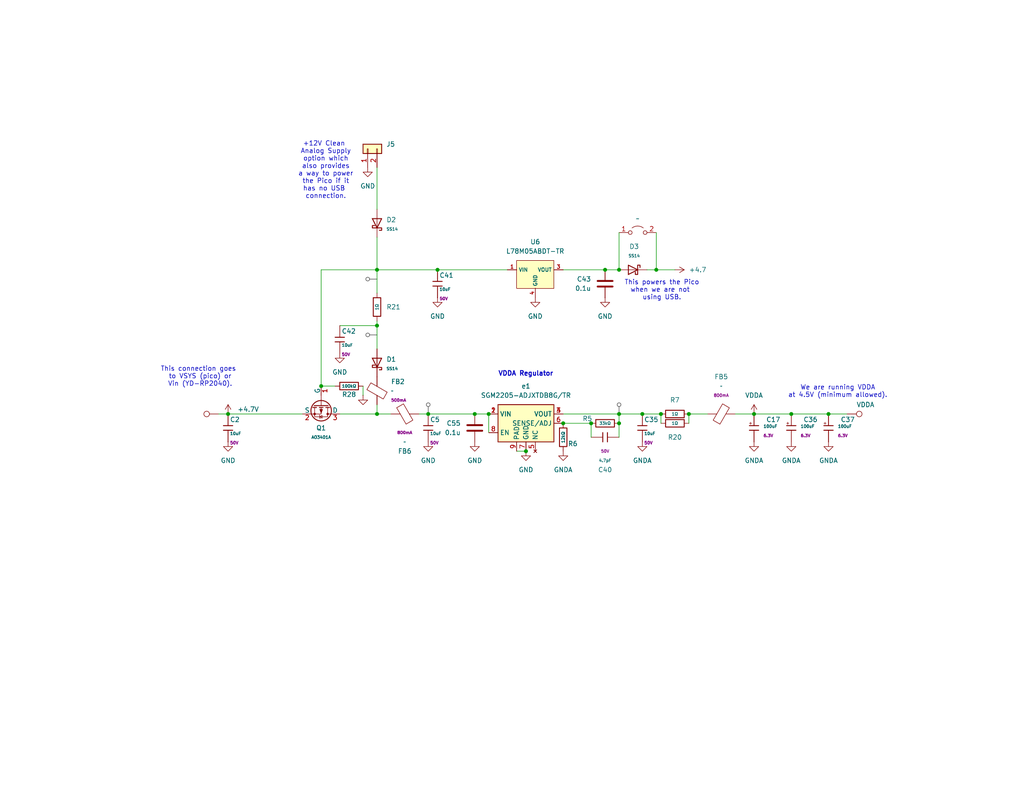
<source format=kicad_sch>
(kicad_sch (version 20250114) (generator "eeschema") (generator_version "9.0")
  (paper "A")
  (lib_symbols
    (symbol "ADP7142AUJZ_1"
      (property "Reference" "e1" (at 0 10.16 0))
      (property "Value" "SGM2205-ADJXTDB8G/TR" (at 0 7.62 0))
      (symbol "ADP7142AUJZ_1_0_1"
        (rectangle (start -7.62 5.08) (end 7.62 -5.08) (stroke (width 0.254)) (fill (type background)))
      )
      (symbol "ADP7142AUJZ_1_1_1"
        (pin power_in line (at -10.16 2.54 0) (length 2.54) (name "VIN") (number "1"))
        (pin power_in line (at -10.16 2.54 0) (length 2.54) (name "VIN") (number "2"))
        (pin input line (at -10.16 -2.54 0) (length 2.54) (name "EN") (number "8"))
        (pin power_in line (at -2.54 -7.62 90) (length 2.54) (name "PAD") (number "9"))
        (pin passive line (at 0 -7.62 90) (length 2.54) (name "GND") (number "7"))
        (pin no_connect line (at 2.54 -7.62 90) (length 2.54) (name "NC") (number "5"))
        (pin power_out line (at 10.16 2.54 180) (length 2.54) (name "VOUT") (number "3"))
        (pin power_out line (at 10.16 2.54 180) (length 2.54) (name "VOUT") (number "4"))
        (pin input line (at 10.16 0 180) (length 2.54) (name "SENSE/ADJ") (number "6"))
      )
    )
    (symbol "Connector:TestPoint" (pin_numbers (hide yes)) (pin_names (offset 0.762) (hide yes))
      (property "Reference" "TP" (at 0 6.858 0))
      (property "Value" "TestPoint" (at 0 5.08 0))
      (symbol "TestPoint_0_1"
        (circle (center 0 3.302) (radius 0.762))
      )
      (symbol "TestPoint_1_1"
        (pin passive line (at 0 0 90) (length 2.54) (name "1") (number "1"))
      )
    )
    (symbol "Connector_Generic:Conn_01x02" (pin_names (offset 1.016) (hide yes))
      (property "Reference" "J" (at 0 2.54 0))
      (property "Value" "Conn_01x02" (at 0 -5.08 0))
      (symbol "Conn_01x02_1_1"
        (rectangle (start -1.27 1.27) (end 1.27 -3.81) (stroke (width 0.254)) (fill (type background)))
        (rectangle (start -1.27 0.127) (end 0 -0.127) (stroke (width 0.1524)))
        (rectangle (start -1.27 -2.413) (end 0 -2.667) (stroke (width 0.1524)))
        (pin passive line (at -5.08 0 0) (length 3.81) (name "Pin_1") (number "1"))
        (pin passive line (at -5.08 -2.54 0) (length 3.81) (name "Pin_2") (number "2"))
      )
    )
    (symbol "Device:C" (pin_numbers (hide yes)) (pin_names (offset 0.254))
      (property "Reference" "C" (at 0.635 2.54 0))
      (property "Value" "C" (at 0.635 -2.54 0))
      (symbol "C_0_1"
        (polyline (pts (xy -2.032 0.762) (xy 2.032 0.762)) (stroke (width 0.508)))
        (polyline (pts (xy -2.032 -0.762) (xy 2.032 -0.762)) (stroke (width 0.508)))
      )
      (symbol "C_1_1"
        (pin passive line (at 0 3.81 270) (length 2.794) (name "~") (number "1"))
        (pin passive line (at 0 -3.81 90) (length 2.794) (name "~") (number "2"))
      )
    )
    (symbol "GND_1" (power) (pin_numbers (hide yes)) (pin_names (offset 0) (hide yes))
      (property "Value" "GND" (at 0 -3.81 0))
      (symbol "GND_1_0_1"
        (polyline (pts (xy 0 0) (xy 0 -1.27) (xy 1.27 -1.27) (xy 0 -2.54) (xy -1.27 -1.27) (xy 0 -1.27)))
      )
      (symbol "GND_1_1_1"
        (pin power_in line (at 0 0 270) (length 0) (name "~") (number "1"))
      )
    )
    (symbol "Jumper:Jumper_2_Open" (pin_names (offset 0) (hide yes))
      (property "Reference" "JP" (at 0 2.794 0))
      (property "Value" "Jumper_2_Open" (at 0 -2.286 0))
      (symbol "Jumper_2_Open_0_0"
        (circle (center -2.032 0) (radius 0.508))
        (circle (center 2.032 0) (radius 0.508))
      )
      (symbol "Jumper_2_Open_0_1"
        (arc (start -1.524 1.27) (mid 0 1.778) (end 1.524 1.27))
      )
      (symbol "Jumper_2_Open_1_1"
        (pin passive line (at -5.08 0 0) (length 2.54) (name "A") (number "1"))
        (pin passive line (at 5.08 0 180) (length 2.54) (name "B") (number "2"))
      )
    )
    (symbol "LDO, 5V, 0.5A_1"
      (property "Reference" "U1" (at 0 10.16 0))
      (property "Value" "L78M05ABDT-TR" (at 0 7.62 0))
      (symbol "LDO, 5V, 0.5A_1_0_1"
        (rectangle (start -5.08 5.08) (end 5.08 -2.54) (fill (type background)))
      )
      (symbol "LDO, 5V, 0.5A_1_1_1"
        (pin power_in line (at -7.62 2.54 0) (length 2.56) (name "VIN") (number "1"))
        (pin power_in line (at 0 -5.08 90) (length 2.56) (name "GND") (number "4"))
        (pin power_out line (at 7.62 2.54 180) (length 2.56) (name "VOUT") (number "3"))
      )
    )
    (symbol "PCM_JLCPCB-Capacitors:0603,4.7pF" (pin_numbers (hide yes)) (pin_names (offset 0))
      (property "Reference" "C" (at 2.032 1.668 0))
      (property "Value" "4.7pF" (at 2.032 -0.3782 0))
      (property "Voltage Rated" "50V" (at 2.032 -2.0462 0))
      (symbol "0603,4.7pF_0_1"
        (polyline (pts (xy -1.27 0.635) (xy 1.27 0.635)) (stroke (width 0.254)))
        (polyline (pts (xy -1.27 -0.635) (xy 1.27 -0.635)) (stroke (width 0.254)))
      )
      (symbol "0603,4.7pF_1_1"
        (pin passive line (at 0 3.81 270) (length 3.175) (name "~") (number "1"))
        (pin passive line (at 0 -3.81 90) (length 3.175) (name "~") (number "2"))
      )
    )
    (symbol "PCM_JLCPCB-Capacitors:1206,10uF" (pin_numbers (hide yes)) (pin_names (offset 0))
      (property "Reference" "C" (at 2.032 1.668 0))
      (property "Value" "10uF" (at 2.032 -0.3782 0))
      (property "Voltage Rated" "50V" (at 2.032 -2.0462 0))
      (symbol "1206,10uF_0_1"
        (polyline (pts (xy -1.27 0.635) (xy 1.27 0.635)) (stroke (width 0.254)))
        (polyline (pts (xy -1.27 -0.635) (xy 1.27 -0.635)) (stroke (width 0.254)))
      )
      (symbol "1206,10uF_1_1"
        (pin passive line (at 0 3.81 270) (length 3.175) (name "~") (number "1"))
        (pin passive line (at 0 -3.81 90) (length 3.175) (name "~") (number "2"))
      )
    )
    (symbol "PCM_JLCPCB-Capacitors:CASE-B-3528-21(mm),100uF" (pin_numbers (hide yes)) (pin_names (offset 0))
      (property "Reference" "C" (at 2.032 1.668 0))
      (property "Value" "100uF" (at 2.032 -0.3782 0))
      (property "Rated Voltage" "6.3V" (at 2.032 -2.0462 0))
      (symbol "CASE-B-3528-21(mm),100uF_0_1"
        (polyline (pts (xy -1.27 1.27) (xy -0.635 1.27)) (stroke (width 0.127)))
        (polyline (pts (xy -1.27 0.635) (xy 1.27 0.635)) (stroke (width 0.254)))
        (polyline (pts (xy -1.27 -0.635) (xy 1.27 -0.635)) (stroke (width 0.254)))
        (polyline (pts (xy -0.9525 1.5875) (xy -0.9525 0.9525)) (stroke (width 0.127)))
      )
      (symbol "CASE-B-3528-21(mm),100uF_1_1"
        (pin passive line (at 0 3.81 270) (length 3.175) (name "~") (number "1"))
        (pin passive line (at 0 -3.81 90) (length 3.175) (name "~") (number "2"))
      )
    )
    (symbol "PCM_JLCPCB-Diodes:Schottky,SS14" (pin_numbers (hide yes)) (pin_names (offset 0))
      (property "Reference" "D" (at 2.032 0.834 0))
      (property "Value" "SS14" (at 2.032 -1.2122 0))
      (symbol "Schottky,SS14_0_1"
        (polyline (pts (xy -1.27 1.27) (xy 0 -1.27) (xy 1.27 1.27) (xy -1.27 1.27)) (stroke (width 0.254)))
        (polyline (pts (xy 0.635 -1.905) (xy 1.27 -1.905) (xy 1.27 -1.27) (xy -1.27 -1.27) (xy -1.27 -0.635) (xy -0.635 -0.635)) (stroke (width 0.254)))
      )
      (symbol "Schottky,SS14_1_1"
        (pin passive line (at 0 3.81 270) (length 3.81) (name "~") (number "2"))
        (pin passive line (at 0 -3.81 90) (length 3.81) (name "~") (number "1"))
      )
    )
    (symbol "PCM_JLCPCB-Inductors:Ferrite,0805" (pin_numbers (hide yes)) (pin_names (offset 0))
      (property "Reference" "FB" (at 3.4036 1.2508 0))
      (property "Current Rating" "800mA" (at 3.4036 -1.5274 0))
      (symbol "Ferrite,0805_0_1"
        (polyline (pts (xy -2.7686 0.4064) (xy -1.7018 2.2606) (xy 2.7686 -0.3048) (xy 1.6764 -2.159) (xy -2.7686 0.4064)))
        (polyline (pts (xy 0 1.27) (xy 0 1.2954)))
        (polyline (pts (xy 0 -1.27) (xy 0 -1.2192)))
      )
      (symbol "Ferrite,0805_1_1"
        (pin passive line (at 0 3.81 270) (length 2.54) (name "~") (number "1"))
        (pin passive line (at 0 -3.81 90) (length 2.54) (name "~") (number "2"))
      )
    )
    (symbol "PCM_JLCPCB-Inductors:Ferrite,0805,(2)" (pin_numbers (hide yes)) (pin_names (offset 0))
      (property "Reference" "FB" (at 3.4036 1.2508 0))
      (property "Current Rating" "500mA" (at 3.4036 -1.5274 0))
      (symbol "Ferrite,0805,(2)_0_1"
        (polyline (pts (xy -2.7686 0.4064) (xy -1.7018 2.2606) (xy 2.7686 -0.3048) (xy 1.6764 -2.159) (xy -2.7686 0.4064)))
        (polyline (pts (xy 0 1.27) (xy 0 1.2954)))
        (polyline (pts (xy 0 -1.27) (xy 0 -1.2192)))
      )
      (symbol "Ferrite,0805,(2)_1_1"
        (pin passive line (at 0 3.81 270) (length 2.54) (name "~") (number "1"))
        (pin passive line (at 0 -3.81 90) (length 2.54) (name "~") (number "2"))
      )
    )
    (symbol "PCM_JLCPCB-Resistors:0805,100kΩ" (pin_numbers (hide yes)) (pin_names (offset 0))
      (property "Reference" "R" (at 1.778 0 0))
      (property "Value" "100kΩ" (at 0 0 90))
      (symbol "0805,100kΩ_0_1"
        (rectangle (start -1.016 2.54) (end 1.016 -2.54) (stroke (width 0.254)))
      )
      (symbol "0805,100kΩ_1_1"
        (pin passive line (at 0 3.81 270) (length 1.27) (name "~") (number "1"))
        (pin passive line (at 0 -3.81 90) (length 1.27) (name "~") (number "2"))
      )
    )
    (symbol "PCM_JLCPCB-Resistors:0805,12kΩ" (pin_numbers (hide yes)) (pin_names (offset 0))
      (property "Reference" "R" (at 1.778 0 0))
      (property "Value" "12kΩ" (at 0 0 90))
      (symbol "0805,12kΩ_0_1"
        (rectangle (start -1.016 2.54) (end 1.016 -2.54) (stroke (width 0.254)))
      )
      (symbol "0805,12kΩ_1_1"
        (pin passive line (at 0 3.81 270) (length 1.27) (name "~") (number "1"))
        (pin passive line (at 0 -3.81 90) (length 1.27) (name "~") (number "2"))
      )
    )
    (symbol "PCM_JLCPCB-Resistors:0805,1Ω" (pin_numbers (hide yes)) (pin_names (offset 0))
      (property "Reference" "R" (at 1.778 0 0))
      (property "Value" "1Ω" (at 0 0 90))
      (symbol "0805,1Ω_0_1"
        (rectangle (start -1.016 2.54) (end 1.016 -2.54) (stroke (width 0.254)))
      )
      (symbol "0805,1Ω_1_1"
        (pin passive line (at 0 3.81 270) (length 1.27) (name "~") (number "1"))
        (pin passive line (at 0 -3.81 90) (length 1.27) (name "~") (number "2"))
      )
    )
    (symbol "PCM_JLCPCB-Resistors:0805,33kΩ" (pin_numbers (hide yes)) (pin_names (offset 0))
      (property "Reference" "R" (at 1.778 0 0))
      (property "Value" "33kΩ" (at 0 0 90))
      (symbol "0805,33kΩ_0_1"
        (rectangle (start -1.016 2.54) (end 1.016 -2.54) (stroke (width 0.254)))
      )
      (symbol "0805,33kΩ_1_1"
        (pin passive line (at 0 3.81 270) (length 1.27) (name "~") (number "1"))
        (pin passive line (at 0 -3.81 90) (length 1.27) (name "~") (number "2"))
      )
    )
    (symbol "PCM_JLCPCB-Transistors:PMOS,AO3401A" (pin_names (offset 0))
      (property "Reference" "Q" (at 4.8514 0.834 0))
      (property "Value" "AO3401A" (at 4.8514 -1.2122 0))
      (symbol "PMOS,AO3401A_0_1"
        (polyline (pts (xy 0.254 1.905) (xy 0.254 -1.905)) (stroke (width 0.254)))
        (polyline (pts (xy 0.254 0) (xy -2.54 0)))
        (polyline (pts (xy 0.762 2.286) (xy 0.762 1.27)) (stroke (width 0.254)))
        (polyline (pts (xy 0.762 1.778) (xy 3.302 1.778) (xy 3.302 -1.778) (xy 0.762 -1.778)))
        (polyline (pts (xy 0.762 0.508) (xy 0.762 -0.508)) (stroke (width 0.254)))
        (polyline (pts (xy 0.762 -1.27) (xy 0.762 -2.286)) (stroke (width 0.254)))
        (circle (center 1.651 0) (radius 2.794) (stroke (width 0.254)))
        (polyline (pts (xy 2.286 0) (xy 1.27 0.381) (xy 1.27 -0.381) (xy 2.286 0)) (fill (type outline)))
        (polyline (pts (xy 2.54 2.54) (xy 2.54 1.778)))
        (circle (center 2.54 1.778) (radius 0.254) (fill (type outline)))
        (circle (center 2.54 -1.778) (radius 0.254) (fill (type outline)))
        (polyline (pts (xy 2.54 -2.54) (xy 2.54 0) (xy 0.762 0)))
        (polyline (pts (xy 2.794 -0.508) (xy 2.921 -0.381) (xy 3.683 -0.381) (xy 3.81 -0.254)))
        (polyline (pts (xy 3.302 -0.381) (xy 2.921 0.254) (xy 3.683 0.254) (xy 3.302 -0.381)))
      )
      (symbol "PMOS,AO3401A_1_1"
        (pin input line (at -5.08 0 0) (length 2.54) (name "G") (number "1"))
        (pin passive line (at 2.54 5.08 270) (length 2.54) (name "D") (number "3"))
        (pin passive line (at 2.54 -5.08 90) (length 2.54) (name "S") (number "2"))
      )
    )
    (symbol "power:+5V" (power) (pin_names (offset 0))
      (property "Value" "+5V" (at 0 3.556 0))
      (symbol "+5V_0_1"
        (polyline (pts (xy -0.762 1.27) (xy 0 2.54)))
        (polyline (pts (xy 0 2.54) (xy 0.762 1.27)))
        (polyline (pts (xy 0 0) (xy 0 2.54)))
      )
      (symbol "+5V_1_1"
        (pin power_in line (at 0 0 90) (length 0) (hide yes) (name "+5V") (number "1"))
      )
    )
    (symbol "power:GNDA" (power) (pin_names (offset 0))
      (property "Value" "GNDA" (at 0 -3.81 0))
      (symbol "GNDA_0_1"
        (polyline (pts (xy 0 0) (xy 0 -1.27) (xy 1.27 -1.27) (xy 0 -2.54) (xy -1.27 -1.27) (xy 0 -1.27)))
      )
      (symbol "GNDA_1_1"
        (pin power_in line (at 0 0 270) (length 0) (hide yes) (name "GNDA") (number "1"))
      )
    )
    (symbol "power:VDDA" (power) (pin_names (offset 0))
      (property "Value" "VDDA" (at 0 3.81 0))
      (symbol "VDDA_0_1"
        (polyline (pts (xy -0.762 1.27) (xy 0 2.54)))
        (polyline (pts (xy 0 2.54) (xy 0.762 1.27)))
        (polyline (pts (xy 0 0) (xy 0 2.54)))
      )
      (symbol "VDDA_1_1"
        (pin power_in line (at 0 0 90) (length 0) (hide yes) (name "VDDA") (number "1"))
      )
    )
  )
  (text "VDDA Regulator" (at 135.89 102.87 0) (effects (font (size 1.27 1.27) (bold yes)) (justify left bottom)))
  (text "We are running VDDA\nat 4.5V (minimum allowed)." (at 228.6 106.934 0) (effects (font (size 1.27 1.27))))
  (text "This powers the Pico\nwhen we are not \nusing USB." (at 180.594 79.248 0) (effects (font (size 1.27 1.27))))
  (text "+12V Clean \nAnalog Supply\noption which\nalso provides\na way to power\nthe Pico if it\nhas no USB \nconnection." (at 88.9 46.482 0) (effects (font (size 1.27 1.27))))
  (text "This connection goes \nto VSYS (pico) or\nVin (YD-RP2040)." (at 54.61 102.87 0) (effects (font (size 1.27 1.27))))
  (junction (at 168.91 73.66))
  (junction (at 116.84 113.03))
  (junction (at 102.87 113.03))
  (junction (at 175.26 113.03))
  (junction (at 119.38 73.66))
  (junction (at 87.63 105.41))
  (junction (at 168.91 113.03))
  (junction (at 180.34 113.03))
  (junction (at 133.35 113.03))
  (junction (at 102.87 88.9))
  (junction (at 165.1 73.66))
  (junction (at 143.51 123.19))
  (junction (at 226.06 113.03))
  (junction (at 62.23 113.03))
  (junction (at 205.74 113.03))
  (junction (at 102.87 73.66))
  (junction (at 187.96 113.03))
  (junction (at 161.29 115.57))
  (junction (at 129.54 113.03))
  (junction (at 179.07 73.66))
  (junction (at 215.9 113.03))
  (junction (at 168.91 115.57))
  (junction (at 153.67 115.57))
  (wire (pts (xy 168.91 115.57) (xy 168.91 119.38)))
  (wire (pts (xy 116.84 113.03) (xy 129.54 113.03)))
  (wire (pts (xy 168.91 113.03) (xy 175.26 113.03)))
  (wire (pts (xy 129.54 113.03) (xy 133.35 113.03)))
  (wire (pts (xy 176.53 73.66) (xy 179.07 73.66)))
  (wire (pts (xy 114.3 113.03) (xy 116.84 113.03)))
  (wire (pts (xy 102.87 113.03) (xy 106.68 113.03)))
  (wire (pts (xy 179.07 73.66) (xy 184.15 73.66)))
  (wire (pts (xy 102.87 64.77) (xy 102.87 73.66)))
  (wire (pts (xy 62.23 113.03) (xy 82.55 113.03)))
  (wire (pts (xy 119.38 73.66) (xy 138.43 73.66)))
  (wire (pts (xy 119.38 73.66) (xy 102.87 73.66)))
  (wire (pts (xy 215.9 113.03) (xy 226.06 113.03)))
  (wire (pts (xy 226.06 113.03) (xy 231.14 113.03)))
  (wire (pts (xy 153.67 113.03) (xy 168.91 113.03)))
  (wire (pts (xy 133.35 113.03) (xy 133.35 118.11)))
  (wire (pts (xy 153.67 73.66) (xy 165.1 73.66)))
  (wire (pts (xy 215.9 113.03) (xy 205.74 113.03)))
  (wire (pts (xy 102.87 73.66) (xy 102.87 80.01)))
  (wire (pts (xy 180.34 113.03) (xy 180.34 115.57)))
  (wire (pts (xy 102.87 87.63) (xy 102.87 88.9)))
  (wire (pts (xy 102.87 45.72) (xy 102.87 57.15)))
  (wire (pts (xy 165.1 73.66) (xy 168.91 73.66)))
  (wire (pts (xy 200.66 113.03) (xy 205.74 113.03)))
  (wire (pts (xy 87.63 73.66) (xy 87.63 105.41)))
  (wire (pts (xy 92.71 88.9) (xy 102.87 88.9)))
  (wire (pts (xy 87.63 73.66) (xy 102.87 73.66)))
  (wire (pts (xy 87.63 105.41) (xy 91.44 105.41)))
  (wire (pts (xy 168.91 113.03) (xy 168.91 115.57)))
  (wire (pts (xy 153.67 115.57) (xy 161.29 115.57)))
  (wire (pts (xy 161.29 115.57) (xy 161.29 119.38)))
  (wire (pts (xy 102.87 88.9) (xy 102.87 95.25)))
  (wire (pts (xy 140.97 123.19) (xy 143.51 123.19)))
  (wire (pts (xy 59.69 113.03) (xy 62.23 113.03)))
  (wire (pts (xy 175.26 113.03) (xy 180.34 113.03)))
  (wire (pts (xy 187.96 113.03) (xy 187.96 115.57)))
  (wire (pts (xy 92.71 113.03) (xy 102.87 113.03)))
  (wire (pts (xy 102.87 110.49) (xy 102.87 113.03)))
  (wire (pts (xy 99.06 105.41) (xy 99.06 107.95)))
  (wire (pts (xy 187.96 113.03) (xy 193.04 113.03)))
  (wire (pts (xy 168.91 63.5) (xy 168.91 73.66)))
  (wire (pts (xy 179.07 63.5) (xy 179.07 73.66)))
  (netclass_flag "" (length 2.54) (shape round) (at 168.91 113.03 0) (property "Netclass" "5V" (effects (hide yes))))
  (netclass_flag "" (length 2.54) (shape round) (at 102.87 76.2 90) (property "Netclass" "5V" (effects (hide yes))))
  (netclass_flag "" (length 2.54) (shape round) (at 102.87 91.44 90) (property "Netclass" "5V" (effects (hide yes))))
  (netclass_flag "" (length 2.54) (shape round) (at 116.84 113.03 0) (property "Netclass" "5V" (effects (hide yes))))
  (symbol (lib_id "Connector:TestPoint") (at 59.69 113.03 90) (unit 1)
    (property "Reference" "TP25" (effects (hide yes)))
    (property "Value" "+5" (effects (hide yes)))
    (property "Footprint" "TestPoint:TestPoint_THTPad_D1.5mm_Drill0.7mm" (effects (hide yes)))
  )
  (symbol (lib_id "PCM_JLCPCB-Resistors:0805,33kΩ") (at 165.1 115.57 90) (unit 1)
    (property "Reference" "R5" (at 160.274 114.3 90))
    (property "Value" "33kΩ" (at 165.1 115.57 90) (effects (font (size 0.8 0.8))))
    (property "Footprint" "PCM_JLCPCB:R_0805" (effects (hide yes)))
    (property "Datasheet" "https://www.lcsc.com/datasheet/lcsc_datasheet_2205311830_UNI-ROYAL-Uniroyal-Elec-0805W8F3302T5E_C17633.pdf" (effects (hide yes)))
    (property "Description" "125mW Thick Film Resistors 150V ±100ppm/°C ±1% 33kΩ 0805 Chip Resistor - Surface Mount ROHS" (effects (hide yes)))
    (property "LCSC" "C17633" (effects (hide yes)))
    (property "Stock" "342884" (effects (hide yes)))
    (property "Price" "0.005USD" (effects (hide yes)))
    (property "Process" "SMT" (effects (hide yes)))
    (property "Minimum Qty" "20" (effects (hide yes)))
    (property "Attrition Qty" "10" (effects (hide yes)))
    (property "Class" "Basic Component" (effects (hide yes)))
    (property "Category" "Resistors,Chip Resistor - Surface Mount" (effects (hide yes)))
    (property "Manufacturer" "UNI-ROYAL(Uniroyal Elec)" (effects (hide yes)))
    (property "Part" "0805W8F3302T5E" (effects (hide yes)))
    (property "Resistance" "33kΩ" (effects (hide yes)))
    (property "Power(Watts)" "125mW" (effects (hide yes)))
    (property "Type" "Thick Film Resistors" (effects (hide yes)))
    (property "Overload Voltage (Max)" "150V" (effects (hide yes)))
    (property "Operating Temperature Range" "-55°C~+155°C" (effects (hide yes)))
    (property "Tolerance" "±1%" (effects (hide yes)))
    (property "Temperature Coefficient" "±100ppm/°C" (effects (hide yes)))
  )
  (symbol (lib_id "PCM_JLCPCB-Resistors:0805,1Ω") (at 184.15 115.57 90) (mirror x) (unit 1)
    (property "Reference" "R20" (at 184.15 119.38 90))
    (property "Value" "1Ω" (at 184.15 115.57 90) (effects (font (size 0.8 0.8))))
    (property "Footprint" "PCM_JLCPCB:R_0805" (effects (hide yes)))
    (property "Datasheet" "https://www.lcsc.com/datasheet/lcsc_datasheet_2205311845_UNI-ROYAL-Uniroyal-Elec-0805W8F100KT5E_C25271.pdf" (effects (hide yes)))
    (property "Description" "125mW Thick Film Resistors 150V ±1% ±400ppm/°C 1Ω 0805 Chip Resistor - Surface Mount ROHS" (effects (hide yes)))
    (property "LCSC" "C25271" (effects (hide yes)))
    (property "Stock" "413540" (effects (hide yes)))
    (property "Price" "0.006USD" (effects (hide yes)))
    (property "Process" "SMT" (effects (hide yes)))
    (property "Minimum Qty" "20" (effects (hide yes)))
    (property "Attrition Qty" "10" (effects (hide yes)))
    (property "Class" "Basic Component" (effects (hide yes)))
    (property "Category" "Resistors,Chip Resistor - Surface Mount" (effects (hide yes)))
    (property "Manufacturer" "UNI-ROYAL(Uniroyal Elec)" (effects (hide yes)))
    (property "Part" "0805W8F100KT5E" (effects (hide yes)))
    (property "Resistance" "1Ω" (effects (hide yes)))
    (property "Power(Watts)" "125mW" (effects (hide yes)))
    (property "Type" "Thick Film Resistors" (effects (hide yes)))
    (property "Overload Voltage (Max)" "150V" (effects (hide yes)))
    (property "Operating Temperature Range" "-55°C~+155°C" (effects (hide yes)))
    (property "Tolerance" "±1%" (effects (hide yes)))
    (property "Temperature Coefficient" "±400ppm/°C" (effects (hide yes)))
  )
  (symbol (lib_id "PCM_JLCPCB-Resistors:0805,100kΩ") (at 95.25 105.41 90) (unit 1)
    (property "Reference" "R28" (at 95.25 107.696 90))
    (property "Value" "100kΩ" (at 95.25 105.41 90) (effects (font (size 0.8 0.8))))
    (property "Footprint" "PCM_JLCPCB:R_0805" (effects (hide yes)))
    (property "Datasheet" "https://www.lcsc.com/datasheet/lcsc_datasheet_2205312316_UNI-ROYAL-Uniroyal-Elec-0805W8F1003T5E_C149504.pdf" (effects (hide yes)))
    (property "Description" "125mW Thick Film Resistors 150V ±100ppm/°C ±1% 100kΩ 0805 Chip Resistor - Surface Mount ROHS" (effects (hide yes)))
    (property "LCSC" "C149504" (effects (hide yes)))
    (property "Stock" "3946237" (effects (hide yes)))
    (property "Price" "0.005USD" (effects (hide yes)))
    (property "Process" "SMT" (effects (hide yes)))
    (property "Minimum Qty" "20" (effects (hide yes)))
    (property "Attrition Qty" "10" (effects (hide yes)))
    (property "Class" "Basic Component" (effects (hide yes)))
    (property "Category" "Resistors,Chip Resistor - Surface Mount" (effects (hide yes)))
    (property "Manufacturer" "UNI-ROYAL(Uniroyal Elec)" (effects (hide yes)))
    (property "Part" "0805W8F1003T5E" (effects (hide yes)))
    (property "Resistance" "100kΩ" (effects (hide yes)))
    (property "Power(Watts)" "125mW" (effects (hide yes)))
    (property "Type" "Thick Film Resistors" (effects (hide yes)))
    (property "Overload Voltage (Max)" "150V" (effects (hide yes)))
    (property "Operating Temperature Range" "-55°C~+155°C" (effects (hide yes)))
    (property "Tolerance" "±1%" (effects (hide yes)))
    (property "Temperature Coefficient" "±100ppm/°C" (effects (hide yes)))
  )
  (symbol (lib_id "PCM_JLCPCB-Resistors:0805,1Ω") (at 102.87 83.82 180) (unit 1)
    (property "Reference" "R21" (at 105.41 83.8199 0) (effects (justify right)))
    (property "Value" "1Ω" (at 102.87 83.82 90) (effects (font (size 0.8 0.8))))
    (property "Footprint" "PCM_JLCPCB:R_0805" (effects (hide yes)))
    (property "Datasheet" "https://www.lcsc.com/datasheet/lcsc_datasheet_2205311845_UNI-ROYAL-Uniroyal-Elec-0805W8F100KT5E_C25271.pdf" (effects (hide yes)))
    (property "Description" "125mW Thick Film Resistors 150V ±1% ±400ppm/°C 1Ω 0805 Chip Resistor - Surface Mount ROHS" (effects (hide yes)))
    (property "LCSC" "C25271" (effects (hide yes)))
    (property "Stock" "413540" (effects (hide yes)))
    (property "Price" "0.006USD" (effects (hide yes)))
    (property "Process" "SMT" (effects (hide yes)))
    (property "Minimum Qty" "20" (effects (hide yes)))
    (property "Attrition Qty" "10" (effects (hide yes)))
    (property "Class" "Basic Component" (effects (hide yes)))
    (property "Category" "Resistors,Chip Resistor - Surface Mount" (effects (hide yes)))
    (property "Manufacturer" "UNI-ROYAL(Uniroyal Elec)" (effects (hide yes)))
    (property "Part" "0805W8F100KT5E" (effects (hide yes)))
    (property "Resistance" "1Ω" (effects (hide yes)))
    (property "Power(Watts)" "125mW" (effects (hide yes)))
    (property "Type" "Thick Film Resistors" (effects (hide yes)))
    (property "Overload Voltage (Max)" "150V" (effects (hide yes)))
    (property "Operating Temperature Range" "-55°C~+155°C" (effects (hide yes)))
    (property "Tolerance" "±1%" (effects (hide yes)))
    (property "Temperature Coefficient" "±400ppm/°C" (effects (hide yes)))
  )
  (symbol (lib_id "Jumper:Jumper_2_Open") (at 173.99 63.5 0) (unit 1)
    (property "Reference" "JP2" (effects (hide yes)))
    (property "Value" "~" (at 173.99 59.69 0))
    (property "Footprint" "Jumper:SolderJumper-2_P1.3mm_Open_RoundedPad1.0x1.5mm" (effects (hide yes)))
  )
  (symbol (lib_name "GND_1") (lib_id "power:GND") (at 116.84 120.65 0) (unit 1)
    (property "Reference" "#PWR056" (effects (hide yes)))
    (property "Value" "GND" (at 116.84 125.73 0))
  )
  (symbol (lib_name "GND_1") (lib_id "power:GND") (at 119.38 81.28 0) (unit 1)
    (property "Reference" "#PWR057" (effects (hide yes)))
    (property "Value" "GND" (at 119.38 86.36 0))
  )
  (symbol (lib_id "PCM_JLCPCB-Resistors:0805,12kΩ") (at 153.67 119.38 0) (unit 1)
    (property "Reference" "R6" (at 154.94 121.158 0) (effects (justify left)))
    (property "Value" "12kΩ" (at 153.67 119.38 90) (effects (font (size 0.8 0.8))))
    (property "Footprint" "PCM_JLCPCB:R_0805" (effects (hide yes)))
    (property "Datasheet" "https://www.lcsc.com/datasheet/lcsc_datasheet_2206010216_UNI-ROYAL-Uniroyal-Elec-0805W8F1202T5E_C17444.pdf" (effects (hide yes)))
    (property "Description" "125mW Thick Film Resistors 150V ±100ppm/°C ±1% 12kΩ 0805 Chip Resistor - Surface Mount ROHS" (effects (hide yes)))
    (property "LCSC" "C17444" (effects (hide yes)))
    (property "Stock" "204708" (effects (hide yes)))
    (property "Price" "0.005USD" (effects (hide yes)))
    (property "Process" "SMT" (effects (hide yes)))
    (property "Minimum Qty" "20" (effects (hide yes)))
    (property "Attrition Qty" "10" (effects (hide yes)))
    (property "Class" "Basic Component" (effects (hide yes)))
    (property "Category" "Resistors,Chip Resistor - Surface Mount" (effects (hide yes)))
    (property "Manufacturer" "UNI-ROYAL(Uniroyal Elec)" (effects (hide yes)))
    (property "Part" "0805W8F1202T5E" (effects (hide yes)))
    (property "Resistance" "12kΩ" (effects (hide yes)))
    (property "Power(Watts)" "125mW" (effects (hide yes)))
    (property "Type" "Thick Film Resistors" (effects (hide yes)))
    (property "Overload Voltage (Max)" "150V" (effects (hide yes)))
    (property "Operating Temperature Range" "-55°C~+155°C" (effects (hide yes)))
    (property "Tolerance" "±1%" (effects (hide yes)))
    (property "Temperature Coefficient" "±100ppm/°C" (effects (hide yes)))
  )
  (symbol (lib_id "Device:C") (at 165.1 77.47 0) (mirror y) (unit 1)
    (property "Reference" "C43" (at 161.29 76.2 0) (effects (justify left)))
    (property "Value" "0.1u" (at 161.29 78.74 0) (effects (justify left)))
    (property "Footprint" "Capacitor_SMD:C_0805_2012Metric" (effects (hide yes)))
    (property "Datasheet" "https://datasheet.lcsc.com/lcsc/2304140030_YAGEO-CC0805KRX7R9BB104_C49678.pdf" (effects (hide yes)))
    (property "LCSC" "C49678" (effects (hide yes)))
  )
  (symbol (lib_id "PCM_JLCPCB-Capacitors:1206,10uF") (at 62.23 116.84 0) (unit 1)
    (property "Reference" "C2" (at 62.738 114.554 0) (effects (justify left)))
    (property "Value" "10uF" (at 62.738 118.364 0) (effects (font (size 0.8 0.8)) (justify left)))
    (property "Footprint" "PCM_JLCPCB:C_1206" (effects (hide yes)))
    (property "Datasheet" "https://www.lcsc.com/datasheet/lcsc_datasheet_2304140030_Samsung-Electro-Mechanics-CL31A106KBHNNNE_C13585.pdf" (effects (hide yes)))
    (property "Description" "50V 10uF X5R ±10% 1206 Multilayer Ceramic Capacitors MLCC - SMD/SMT ROHS" (effects (hide yes)))
    (property "LCSC" "C13585" (effects (hide yes)))
    (property "Stock" "3698334" (effects (hide yes)))
    (property "Price" "0.035USD" (effects (hide yes)))
    (property "Process" "SMT" (effects (hide yes)))
    (property "Minimum Qty" "5" (effects (hide yes)))
    (property "Attrition Qty" "4" (effects (hide yes)))
    (property "Class" "Basic Component" (effects (hide yes)))
    (property "Category" "Capacitors,Multilayer Ceramic Capacitors MLCC - SMD/SMT" (effects (hide yes)))
    (property "Manufacturer" "Samsung Electro-Mechanics" (effects (hide yes)))
    (property "Part" "CL31A106KBHNNNE" (effects (hide yes)))
    (property "Voltage Rated" "50V" (at 62.738 120.904 0) (effects (font (size 0.8 0.8)) (justify left)))
    (property "Tolerance" "±10%" (effects (hide yes)))
    (property "Capacitance" "10uF" (effects (hide yes)))
    (property "Temperature Coefficient" "X5R" (effects (hide yes)))
  )
  (symbol (lib_id "PCM_JLCPCB-Capacitors:1206,10uF") (at 175.26 116.84 0) (unit 1)
    (property "Reference" "C35" (at 175.768 114.554 0) (effects (justify left)))
    (property "Value" "10uF" (at 175.768 118.364 0) (effects (font (size 0.8 0.8)) (justify left)))
    (property "Footprint" "PCM_JLCPCB:C_1206" (effects (hide yes)))
    (property "Datasheet" "https://www.lcsc.com/datasheet/lcsc_datasheet_2304140030_Samsung-Electro-Mechanics-CL31A106KBHNNNE_C13585.pdf" (effects (hide yes)))
    (property "Description" "50V 10uF X5R ±10% 1206 Multilayer Ceramic Capacitors MLCC - SMD/SMT ROHS" (effects (hide yes)))
    (property "LCSC" "C13585" (effects (hide yes)))
    (property "Stock" "3698334" (effects (hide yes)))
    (property "Price" "0.035USD" (effects (hide yes)))
    (property "Process" "SMT" (effects (hide yes)))
    (property "Minimum Qty" "5" (effects (hide yes)))
    (property "Attrition Qty" "4" (effects (hide yes)))
    (property "Class" "Basic Component" (effects (hide yes)))
    (property "Category" "Capacitors,Multilayer Ceramic Capacitors MLCC - SMD/SMT" (effects (hide yes)))
    (property "Manufacturer" "Samsung Electro-Mechanics" (effects (hide yes)))
    (property "Part" "CL31A106KBHNNNE" (effects (hide yes)))
    (property "Voltage Rated" "50V" (at 175.768 120.904 0) (effects (font (size 0.8 0.8)) (justify left)))
    (property "Tolerance" "±10%" (effects (hide yes)))
    (property "Capacitance" "10uF" (effects (hide yes)))
    (property "Temperature Coefficient" "X5R" (effects (hide yes)))
  )
  (symbol (lib_id "power:GNDA") (at 226.06 120.65 0) (unit 1)
    (property "Reference" "#PWR068" (effects (hide yes)))
    (property "Value" "GNDA" (at 226.06 125.73 0))
  )
  (symbol (lib_id "PCM_JLCPCB-Inductors:Ferrite,0805") (at 110.49 113.03 90) (mirror x) (unit 1)
    (property "Reference" "FB6" (at 110.4392 123.19 90))
    (property "Value" "~" (at 110.4392 120.65 90) (effects (font (size 0.8 0.8))))
    (property "Footprint" "PCM_JLCPCB:FB_0805" (effects (hide yes)))
    (property "Datasheet" "https://www.lcsc.com/datasheet/lcsc_datasheet_2310301640_Sunlord-GZ2012D101TF_C1015.pdf" (effects (hide yes)))
    (property "Description" "±25% 100Ω@100MHz 0805 Ferrite Beads ROHS" (effects (hide yes)))
    (property "LCSC" "C1015" (effects (hide yes)))
    (property "Stock" "196104" (effects (hide yes)))
    (property "Price" "0.017USD" (effects (hide yes)))
    (property "Process" "SMT" (effects (hide yes)))
    (property "Minimum Qty" "20" (effects (hide yes)))
    (property "Attrition Qty" "10" (effects (hide yes)))
    (property "Class" "Basic Component" (effects (hide yes)))
    (property "Category" "Filters/EMI Optimization,Ferrite Beads" (effects (hide yes)))
    (property "Manufacturer" "Sunlord" (effects (hide yes)))
    (property "Part" "GZ2012D101TF" (effects (hide yes)))
    (property "Impedance @ Frequency" "100Ω@100MHz" (effects (hide yes)))
    (property "Circuits" "1" (effects (hide yes)))
    (property "Current Rating" "800mA" (at 110.4392 118.11 90) (effects (font (size 0.8 0.8))))
    (property "Tolerance" "±25%" (effects (hide yes)))
  )
  (symbol (lib_name "GND_1") (lib_id "power:GND") (at 100.33 45.72 0) (unit 1)
    (property "Reference" "#PWR055" (effects (hide yes)))
    (property "Value" "GND" (at 100.33 50.8 0))
  )
  (symbol (lib_name "LDO, 5V, 0.5A_1") (lib_id "PCM_JLCPCB-Power:LDO, 5V, 0.5A") (at 146.05 76.2 0) (unit 1)
    (property "Reference" "U6" (at 146.05 66.04 0))
    (property "Value" "L78M05ABDT-TR" (at 146.05 68.58 0))
    (property "Footprint" "PCM_JLCPCB:TO-252-2_L6.5-W6.1-P4.58-LS10.0-TL" (effects (hide yes)))
    (property "Datasheet" "https://www.lcsc.com/datasheet/lcsc_datasheet_2307281528_STMicroelectronics-L78M05ABDT-TR_C58069.pdf" (effects (hide yes)))
    (property "Description" "62dB@(120Hz) 500mA Fixed 5V Positive electrode 35V TO-252-2(DPAK) Voltage Regulators - Linear, Low Drop Out (LDO) Regulators ROHS" (effects (hide yes)))
    (property "LCSC" "C58069" (effects (hide yes)))
    (property "Stock" "162133" (effects (hide yes)))
    (property "Price" "0.127USD" (effects (hide yes)))
    (property "Process" "SMT" (effects (hide yes)))
    (property "Minimum Qty" "2" (effects (hide yes)))
    (property "Attrition Qty" "0" (effects (hide yes)))
    (property "Class" "Basic Component" (effects (hide yes)))
    (property "Category" "Power Management ICs,Linear Voltage Regulators (LDO)" (effects (hide yes)))
    (property "Manufacturer" "STMicroelectronics" (effects (hide yes)))
    (property "Part" "L78M05ABDT-TR" (effects (hide yes)))
    (property "Number Of Outputs" "1" (effects (hide yes)))
    (property "Output Voltage" "5V" (effects (hide yes)))
    (property "Quiescent Current (Ground Current)" "6mA" (effects (hide yes)))
    (property "Output Current" "500mA" (effects (hide yes)))
    (property "Output Type" "Fixed" (effects (hide yes)))
    (property "Maximum Input Voltage" "35V" (effects (hide yes)))
    (property "Output Polarity" "Positive electrode" (effects (hide yes)))
    (property "Operating Temperature" "-40°C~+125°C" (effects (hide yes)))
    (property "Power Supply Rejection Ratio (Psrr)" "62dB@(120Hz)" (effects (hide yes)))
    (property "Feature" "Overcurrent Protection(OCP);Thermal Protection(TSD);Short-Circuit  Protection" (effects (hide yes)))
    (property "Standby Current" "6mA" (effects (hide yes)))
  )
  (symbol (lib_id "power:GNDA") (at 175.26 120.65 0) (unit 1)
    (property "Reference" "#PWR063" (effects (hide yes)))
    (property "Value" "GNDA" (at 175.26 125.73 0))
  )
  (symbol (lib_id "PCM_JLCPCB-Resistors:0805,1Ω") (at 184.15 113.03 90) (unit 1)
    (property "Reference" "R7" (at 184.15 109.22 90))
    (property "Value" "1Ω" (at 184.15 113.03 90) (effects (font (size 0.8 0.8))))
    (property "Footprint" "PCM_JLCPCB:R_0805" (effects (hide yes)))
    (property "Datasheet" "https://www.lcsc.com/datasheet/lcsc_datasheet_2205311845_UNI-ROYAL-Uniroyal-Elec-0805W8F100KT5E_C25271.pdf" (effects (hide yes)))
    (property "Description" "125mW Thick Film Resistors 150V ±1% ±400ppm/°C 1Ω 0805 Chip Resistor - Surface Mount ROHS" (effects (hide yes)))
    (property "LCSC" "C25271" (effects (hide yes)))
    (property "Stock" "413540" (effects (hide yes)))
    (property "Price" "0.006USD" (effects (hide yes)))
    (property "Process" "SMT" (effects (hide yes)))
    (property "Minimum Qty" "20" (effects (hide yes)))
    (property "Attrition Qty" "10" (effects (hide yes)))
    (property "Class" "Basic Component" (effects (hide yes)))
    (property "Category" "Resistors,Chip Resistor - Surface Mount" (effects (hide yes)))
    (property "Manufacturer" "UNI-ROYAL(Uniroyal Elec)" (effects (hide yes)))
    (property "Part" "0805W8F100KT5E" (effects (hide yes)))
    (property "Resistance" "1Ω" (effects (hide yes)))
    (property "Power(Watts)" "125mW" (effects (hide yes)))
    (property "Type" "Thick Film Resistors" (effects (hide yes)))
    (property "Overload Voltage (Max)" "150V" (effects (hide yes)))
    (property "Operating Temperature Range" "-55°C~+155°C" (effects (hide yes)))
    (property "Tolerance" "±1%" (effects (hide yes)))
    (property "Temperature Coefficient" "±400ppm/°C" (effects (hide yes)))
  )
  (symbol (lib_id "Connector:TestPoint") (at 231.14 113.03 270) (unit 1)
    (property "Reference" "TP26" (effects (hide yes)))
    (property "Value" "VDDA" (at 233.68 110.49 90) (effects (justify left)))
    (property "Footprint" "TestPoint:TestPoint_THTPad_D1.5mm_Drill0.7mm" (effects (hide yes)))
  )
  (symbol (lib_name "GND_1") (lib_id "power:GND") (at 129.54 120.65 0) (unit 1)
    (property "Reference" "#PWR058" (effects (hide yes)))
    (property "Value" "GND" (at 129.54 125.73 0))
  )
  (symbol (lib_name "ADP7142AUJZ_1") (lib_id "Regulator_Linear:ADP7142AUJZ") (at 143.51 115.57 0) (unit 1)
    (property "Reference" "e1" (at 143.51 105.41 0))
    (property "Value" "SGM2205-ADJXTDB8G/TR" (at 143.51 107.95 0))
    (property "Footprint" "Package_DFN_QFN:DFN-8-1EP_3x3mm_P0.65mm_EP1.55x2.4mm" (effects (hide yes)))
    (property "Datasheet" "https://jlcpcb.com/api/file/downloadByFileSystemAccessId/8590903048351141888" (effects (hide yes)))
    (property "Description" "300mA, Low Noise,  Low Dropout Regulator, Positive, Adjustable, TSOT-23-5" (effects (hide yes)))
    (property "LCSC" "C5152847" (effects (hide yes)))
  )
  (symbol (lib_id "PCM_JLCPCB-Transistors:PMOS,AO3401A") (at 87.63 110.49 270) (unit 1)
    (property "Reference" "Q1" (at 87.63 116.84 90))
    (property "Value" "AO3401A" (at 87.63 119.38 90) (effects (font (size 0.8 0.8))))
    (property "Footprint" "PCM_JLCPCB:Q_SOT-23" (effects (hide yes)))
    (property "Datasheet" "https://www.lcsc.com/datasheet/lcsc_datasheet_2412061733_Alpha---Omega-Semicon-AO3401A_C15127.pdf" (effects (hide yes)))
    (property "Description" "30V 4A 44mΩ@10V,4.3A 1.4W 1.3V@250uA 1 Piece P-Channel SOT-23 MOSFETs ROHS" (effects (hide yes)))
    (property "LCSC" "C15127" (effects (hide yes)))
    (property "Stock" "443240" (effects (hide yes)))
    (property "Price" "0.061USD" (effects (hide yes)))
    (property "Process" "SMT" (effects (hide yes)))
    (property "Minimum Qty" "5" (effects (hide yes)))
    (property "Attrition Qty" "4" (effects (hide yes)))
    (property "Class" "Basic Component" (effects (hide yes)))
    (property "Category" "Transistors,MOSFETs" (effects (hide yes)))
    (property "Manufacturer" "Alpha & Omega Semicon" (effects (hide yes)))
    (property "Part" "AO3401A" (effects (hide yes)))
    (property "Continuous Drain Current (Id)" "4A" (effects (hide yes)))
    (property "Input Capacitance (Ciss@Vds)" "1.2nF@15V" (effects (hide yes)))
    (property "Operating Temperature" "-55°C~+150°C@(Tj)" (effects (hide yes)))
    (property "Type" "1 Piece P-Channel" (effects (hide yes)))
    (property "Drain Source Voltage (Vdss)" "30V" (effects (hide yes)))
    (property "Power Dissipation (Pd)" "1.4W" (effects (hide yes)))
    (property "Gate Threshold Voltage (Vgs(th)@Id)" "1.3V@250uA" (effects (hide yes)))
    (property "Drain Source On Resistance (RDS(on)@Vgs,Id)" "44mΩ@10V,4.3A" (effects (hide yes)))
    (property "Total Gate Charge (Qg@Vgs)" "12.2nC@4.5V" (effects (hide yes)))
  )
  (symbol (lib_id "Device:C") (at 129.54 116.84 0) (mirror y) (unit 1)
    (property "Reference" "C55" (at 125.73 115.57 0) (effects (justify left)))
    (property "Value" "0.1u" (at 125.73 118.11 0) (effects (justify left)))
    (property "Footprint" "Capacitor_SMD:C_0805_2012Metric" (effects (hide yes)))
    (property "Datasheet" "https://datasheet.lcsc.com/lcsc/2304140030_YAGEO-CC0805KRX7R9BB104_C49678.pdf" (effects (hide yes)))
    (property "LCSC" "C49678" (effects (hide yes)))
  )
  (symbol (lib_id "PCM_JLCPCB-Diodes:Schottky,SS14") (at 102.87 60.96 0) (unit 1)
    (property "Reference" "D2" (at 105.41 60.0074 0) (effects (justify left)))
    (property "Value" "SS14" (at 105.41 62.5475 0) (effects (font (size 0.8 0.8)) (justify left)))
    (property "Footprint" "PCM_JLCPCB:D_SMA" (effects (hide yes)))
    (property "Datasheet" "https://www.lcsc.com/datasheet/lcsc_datasheet_2407101109_MDD-Microdiode-Semiconductor-SS14_C2480.pdf" (effects (hide yes)))
    (property "Description" "40V Independent Type 1A 550mV@1A SMA(DO-214AC) Schottky Diodes ROHS" (effects (hide yes)))
    (property "LCSC" "C2480" (effects (hide yes)))
    (property "Stock" "1115112" (effects (hide yes)))
    (property "Price" "0.018USD" (effects (hide yes)))
    (property "Process" "SMT" (effects (hide yes)))
    (property "Minimum Qty" "5" (effects (hide yes)))
    (property "Attrition Qty" "10" (effects (hide yes)))
    (property "Class" "Basic Component" (effects (hide yes)))
    (property "Category" "Diodes,Schottky Barrier Diodes (SBD)" (effects (hide yes)))
    (property "Manufacturer" "MDD（Microdiode Electronics）" (effects (hide yes)))
    (property "Part" "SS14" (effects (hide yes)))
    (property "Rectified Current" "1A" (effects (hide yes)))
    (property "Forward Voltage (Vf@If)" "550mV@1A" (effects (hide yes)))
    (property "Reverse Voltage (Vr)" "40V" (effects (hide yes)))
    (property "Diode Configuration" "Independent Type" (effects (hide yes)))
    (property "Reverse Leakage Current (Ir)" "300uA@40V" (effects (hide yes)))
  )
  (symbol (lib_id "power:GNDA") (at 205.74 120.65 0) (unit 1)
    (property "Reference" "#PWR066" (effects (hide yes)))
    (property "Value" "GNDA" (at 205.74 125.73 0))
  )
  (symbol (lib_id "PCM_JLCPCB-Capacitors:0603,4.7pF") (at 165.1 119.38 270) (mirror x) (unit 1)
    (property "Reference" "C40" (at 165.1 128.27 90))
    (property "Value" "4.7pF" (at 165.1 125.73 90) (effects (font (size 0.8 0.8))))
    (property "Footprint" "PCM_JLCPCB:C_0603" (effects (hide yes)))
    (property "Datasheet" "https://www.lcsc.com/datasheet/lcsc_datasheet_2304140030_FH--Guangdong-Fenghua-Advanced-Tech-0603CG4R7C500NT_C1669.pdf" (effects (hide yes)))
    (property "Description" "50V 4.7pF C0G 0603 Multilayer Ceramic Capacitors MLCC - SMD/SMT ROHS" (effects (hide yes)))
    (property "LCSC" "C1669" (effects (hide yes)))
    (property "Stock" "204968" (effects (hide yes)))
    (property "Price" "0.006USD" (effects (hide yes)))
    (property "Process" "SMT" (effects (hide yes)))
    (property "Minimum Qty" "20" (effects (hide yes)))
    (property "Attrition Qty" "10" (effects (hide yes)))
    (property "Class" "Preferred Component" (effects (hide yes)))
    (property "Category" "Capacitors,Multilayer Ceramic Capacitors MLCC - SMD/SMT" (effects (hide yes)))
    (property "Manufacturer" "FH(Guangdong Fenghua Advanced Tech)" (effects (hide yes)))
    (property "Part" "0603CG4R7C500NT" (effects (hide yes)))
    (property "Voltage Rated" "50V" (at 165.1 123.19 90) (effects (font (size 0.8 0.8))))
    (property "Capacitance" "4.7pF" (effects (hide yes)))
    (property "Temperature Coefficient" "C0G" (effects (hide yes)))
  )
  (symbol (lib_id "PCM_JLCPCB-Capacitors:CASE-B-3528-21(mm),100uF") (at 205.74 116.84 0) (unit 1)
    (property "Reference" "C17" (at 209.042 114.554 0) (effects (justify left)))
    (property "Value" "100uF" (at 208.28 116.3955 0) (effects (font (size 0.8 0.8)) (justify left)))
    (property "Footprint" "PCM_JLCPCB:C_CASE-B-3528-21(mm)" (effects (hide yes)))
    (property "Datasheet" "https://www.lcsc.com/datasheet/lcsc_datasheet_2111161030_Kyocera-AVX-TAJB107K006RNJ_C16133.pdf" (effects (hide yes)))
    (property "Description" "100uF 6.3V 1.7Ω@100kHz ±10% CASE-B-3528-21(mm) Tantalum Capacitors ROHS" (effects (hide yes)))
    (property "LCSC" "C16133" (effects (hide yes)))
    (property "Stock" "294947" (effects (hide yes)))
    (property "Price" "0.161USD" (effects (hide yes)))
    (property "Process" "SMT" (effects (hide yes)))
    (property "Minimum Qty" "5" (effects (hide yes)))
    (property "Attrition Qty" "2" (effects (hide yes)))
    (property "Class" "Basic Component" (effects (hide yes)))
    (property "Category" "Capacitors,Tantalum Capacitors" (effects (hide yes)))
    (property "Manufacturer" "AVX" (effects (hide yes)))
    (property "Part" "TAJB107K006RNJ" (effects (hide yes)))
    (property "Operating Temperature" "-55°C~+125°C" (effects (hide yes)))
    (property "Equivalent Series Resistance(ESR)" "1.7Ω@100kHz" (effects (hide yes)))
    (property "Tolerance" "±10%" (effects (hide yes)))
    (property "Capacitance" "100uF" (effects (hide yes)))
    (property "Rated Voltage" "6.3V" (at 208.28 118.9355 0) (effects (font (size 0.8 0.8)) (justify left)))
  )
  (symbol (lib_id "power:GNDA") (at 215.9 120.65 0) (unit 1)
    (property "Reference" "#PWR067" (effects (hide yes)))
    (property "Value" "GNDA" (at 215.9 125.73 0))
  )
  (symbol (lib_name "GND_1") (lib_id "power:GND") (at 143.51 123.19 0) (unit 1)
    (property "Reference" "#PWR059" (effects (hide yes)))
    (property "Value" "GND" (at 143.51 128.27 0))
  )
  (symbol (lib_name "GND_1") (lib_id "power:GND") (at 146.05 81.28 0) (unit 1)
    (property "Reference" "#PWR060" (effects (hide yes)))
    (property "Value" "GND" (at 146.05 86.36 0))
  )
  (symbol (lib_id "power:GNDA") (at 153.67 123.19 0) (unit 1)
    (property "Reference" "#PWR061" (effects (hide yes)))
    (property "Value" "GNDA" (at 153.67 128.27 0))
  )
  (symbol (lib_id "power:+5V") (at 62.23 113.03 0) (unit 1)
    (property "Reference" "#PWR051" (effects (hide yes)))
    (property "Value" "+4.7V" (at 64.77 111.7599 0) (effects (justify left)))
  )
  (symbol (lib_id "PCM_JLCPCB-Capacitors:CASE-B-3528-21(mm),100uF") (at 226.06 116.84 0) (unit 1)
    (property "Reference" "C37" (at 229.362 114.554 0) (effects (justify left)))
    (property "Value" "100uF" (at 228.6 116.3955 0) (effects (font (size 0.8 0.8)) (justify left)))
    (property "Footprint" "PCM_JLCPCB:C_CASE-B-3528-21(mm)" (effects (hide yes)))
    (property "Datasheet" "https://www.lcsc.com/datasheet/lcsc_datasheet_2111161030_Kyocera-AVX-TAJB107K006RNJ_C16133.pdf" (effects (hide yes)))
    (property "Description" "100uF 6.3V 1.7Ω@100kHz ±10% CASE-B-3528-21(mm) Tantalum Capacitors ROHS" (effects (hide yes)))
    (property "LCSC" "C16133" (effects (hide yes)))
    (property "Stock" "294947" (effects (hide yes)))
    (property "Price" "0.161USD" (effects (hide yes)))
    (property "Process" "SMT" (effects (hide yes)))
    (property "Minimum Qty" "5" (effects (hide yes)))
    (property "Attrition Qty" "2" (effects (hide yes)))
    (property "Class" "Basic Component" (effects (hide yes)))
    (property "Category" "Capacitors,Tantalum Capacitors" (effects (hide yes)))
    (property "Manufacturer" "AVX" (effects (hide yes)))
    (property "Part" "TAJB107K006RNJ" (effects (hide yes)))
    (property "Operating Temperature" "-55°C~+125°C" (effects (hide yes)))
    (property "Equivalent Series Resistance(ESR)" "1.7Ω@100kHz" (effects (hide yes)))
    (property "Tolerance" "±10%" (effects (hide yes)))
    (property "Capacitance" "100uF" (effects (hide yes)))
    (property "Rated Voltage" "6.3V" (at 228.6 118.9355 0) (effects (font (size 0.8 0.8)) (justify left)))
  )
  (symbol (lib_id "PCM_JLCPCB-Capacitors:1206,10uF") (at 119.38 77.47 0) (unit 1)
    (property "Reference" "C41" (at 119.888 75.184 0) (effects (justify left)))
    (property "Value" "10uF" (at 119.888 78.994 0) (effects (font (size 0.8 0.8)) (justify left)))
    (property "Footprint" "PCM_JLCPCB:C_1206" (effects (hide yes)))
    (property "Datasheet" "https://www.lcsc.com/datasheet/lcsc_datasheet_2304140030_Samsung-Electro-Mechanics-CL31A106KBHNNNE_C13585.pdf" (effects (hide yes)))
    (property "Description" "50V 10uF X5R ±10% 1206 Multilayer Ceramic Capacitors MLCC - SMD/SMT ROHS" (effects (hide yes)))
    (property "LCSC" "C13585" (effects (hide yes)))
    (property "Stock" "3698334" (effects (hide yes)))
    (property "Price" "0.035USD" (effects (hide yes)))
    (property "Process" "SMT" (effects (hide yes)))
    (property "Minimum Qty" "5" (effects (hide yes)))
    (property "Attrition Qty" "4" (effects (hide yes)))
    (property "Class" "Basic Component" (effects (hide yes)))
    (property "Category" "Capacitors,Multilayer Ceramic Capacitors MLCC - SMD/SMT" (effects (hide yes)))
    (property "Manufacturer" "Samsung Electro-Mechanics" (effects (hide yes)))
    (property "Part" "CL31A106KBHNNNE" (effects (hide yes)))
    (property "Voltage Rated" "50V" (at 119.888 81.534 0) (effects (font (size 0.8 0.8)) (justify left)))
    (property "Tolerance" "±10%" (effects (hide yes)))
    (property "Capacitance" "10uF" (effects (hide yes)))
    (property "Temperature Coefficient" "X5R" (effects (hide yes)))
  )
  (symbol (lib_id "PCM_JLCPCB-Diodes:Schottky,SS14") (at 172.72 73.66 90) (unit 1)
    (property "Reference" "D3" (at 173.0375 67.31 90))
    (property "Value" "SS14" (at 173.0375 69.85 90) (effects (font (size 0.8 0.8))))
    (property "Footprint" "PCM_JLCPCB:D_SMA" (effects (hide yes)))
    (property "Datasheet" "https://www.lcsc.com/datasheet/lcsc_datasheet_2407101109_MDD-Microdiode-Semiconductor-SS14_C2480.pdf" (effects (hide yes)))
    (property "Description" "40V Independent Type 1A 550mV@1A SMA(DO-214AC) Schottky Diodes ROHS" (effects (hide yes)))
    (property "LCSC" "C2480" (effects (hide yes)))
    (property "Stock" "1115112" (effects (hide yes)))
    (property "Price" "0.018USD" (effects (hide yes)))
    (property "Process" "SMT" (effects (hide yes)))
    (property "Minimum Qty" "5" (effects (hide yes)))
    (property "Attrition Qty" "10" (effects (hide yes)))
    (property "Class" "Basic Component" (effects (hide yes)))
    (property "Category" "Diodes,Schottky Barrier Diodes (SBD)" (effects (hide yes)))
    (property "Manufacturer" "MDD（Microdiode Electronics）" (effects (hide yes)))
    (property "Part" "SS14" (effects (hide yes)))
    (property "Rectified Current" "1A" (effects (hide yes)))
    (property "Forward Voltage (Vf@If)" "550mV@1A" (effects (hide yes)))
    (property "Reverse Voltage (Vr)" "40V" (effects (hide yes)))
    (property "Diode Configuration" "Independent Type" (effects (hide yes)))
    (property "Reverse Leakage Current (Ir)" "300uA@40V" (effects (hide yes)))
  )
  (symbol (lib_id "PCM_JLCPCB-Inductors:Ferrite,0805,(2)") (at 102.87 106.68 180) (unit 1)
    (property "Reference" "FB2" (at 106.68 104.1907 0) (effects (justify right)))
    (property "Value" "~" (at 106.68 106.7308 0) (effects (font (size 0.8 0.8)) (justify right)))
    (property "Footprint" "PCM_JLCPCB:FB_0805" (effects (hide yes)))
    (property "Datasheet" "https://www.lcsc.com/datasheet/lcsc_datasheet_2310301640_Sunlord-GZ2012D601TF_C1017.pdf" (effects (hide yes)))
    (property "Description" "300mΩ ±25% 600Ω@100MHz 0805 Ferrite Beads ROHS" (effects (hide yes)))
    (property "LCSC" "C1017" (effects (hide yes)))
    (property "Stock" "519189" (effects (hide yes)))
    (property "Price" "0.016USD" (effects (hide yes)))
    (property "Process" "SMT" (effects (hide yes)))
    (property "Minimum Qty" "20" (effects (hide yes)))
    (property "Attrition Qty" "10" (effects (hide yes)))
    (property "Class" "Basic Component" (effects (hide yes)))
    (property "Category" "Filters/EMI Optimization,Ferrite Beads" (effects (hide yes)))
    (property "Manufacturer" "Sunlord" (effects (hide yes)))
    (property "Part" "GZ2012D601TF" (effects (hide yes)))
    (property "DC Resistance" "300mΩ" (effects (hide yes)))
    (property "Impedance @ Frequency" "600Ω@100MHz" (effects (hide yes)))
    (property "Circuits" "1" (effects (hide yes)))
    (property "Current Rating" "500mA" (at 106.68 109.2708 0) (effects (font (size 0.8 0.8)) (justify right)))
    (property "Tolerance" "±25%" (effects (hide yes)))
  )
  (symbol (lib_id "power:+5V") (at 184.15 73.66 270) (unit 1)
    (property "Reference" "#PWR064" (effects (hide yes)))
    (property "Value" "+4.7" (at 187.96 73.6599 90) (effects (justify left)))
  )
  (symbol (lib_name "GND_1") (lib_id "power:GND") (at 99.06 107.95 0) (unit 1)
    (property "Reference" "#PWR054" (effects (hide yes)))
    (property "Value" "GND" (effects (hide yes)))
  )
  (symbol (lib_id "power:VDDA") (at 205.74 113.03 0) (unit 1)
    (property "Reference" "#PWR065" (effects (hide yes)))
    (property "Value" "VDDA" (at 205.74 107.95 0))
  )
  (symbol (lib_id "PCM_JLCPCB-Inductors:Ferrite,0805") (at 196.85 113.03 90) (unit 1)
    (property "Reference" "FB5" (at 196.7992 102.87 90))
    (property "Value" "~" (at 196.7992 105.41 90) (effects (font (size 0.8 0.8))))
    (property "Footprint" "PCM_JLCPCB:FB_0805" (effects (hide yes)))
    (property "Datasheet" "https://www.lcsc.com/datasheet/lcsc_datasheet_2310301640_Sunlord-GZ2012D101TF_C1015.pdf" (effects (hide yes)))
    (property "Description" "±25% 100Ω@100MHz 0805 Ferrite Beads ROHS" (effects (hide yes)))
    (property "LCSC" "C1015" (effects (hide yes)))
    (property "Stock" "196104" (effects (hide yes)))
    (property "Price" "0.017USD" (effects (hide yes)))
    (property "Process" "SMT" (effects (hide yes)))
    (property "Minimum Qty" "20" (effects (hide yes)))
    (property "Attrition Qty" "10" (effects (hide yes)))
    (property "Class" "Basic Component" (effects (hide yes)))
    (property "Category" "Filters/EMI Optimization,Ferrite Beads" (effects (hide yes)))
    (property "Manufacturer" "Sunlord" (effects (hide yes)))
    (property "Part" "GZ2012D101TF" (effects (hide yes)))
    (property "Impedance @ Frequency" "100Ω@100MHz" (effects (hide yes)))
    (property "Circuits" "1" (effects (hide yes)))
    (property "Current Rating" "800mA" (at 196.7992 107.95 90) (effects (font (size 0.8 0.8))))
    (property "Tolerance" "±25%" (effects (hide yes)))
  )
  (symbol (lib_id "Connector_Generic:Conn_01x02") (at 100.33 40.64 90) (unit 1)
    (property "Reference" "J5" (at 105.41 39.3699 90) (effects (justify right)))
    (property "Value" "Conn_01x02" (effects (hide yes)))
    (property "Footprint" "Connector_PinHeader_2.54mm:PinHeader_1x02_P2.54mm_Vertical" (effects (hide yes)))
    (property "Description" "Generic connector, single row, 01x02, script generated (kicad-library-utils/schlib/autogen/connector/)" (effects (hide yes)))
  )
  (symbol (lib_id "PCM_JLCPCB-Capacitors:1206,10uF") (at 92.71 92.71 0) (unit 1)
    (property "Reference" "C42" (at 93.218 90.424 0) (effects (justify left)))
    (property "Value" "10uF" (at 93.218 94.234 0) (effects (font (size 0.8 0.8)) (justify left)))
    (property "Footprint" "PCM_JLCPCB:C_1206" (effects (hide yes)))
    (property "Datasheet" "https://www.lcsc.com/datasheet/lcsc_datasheet_2304140030_Samsung-Electro-Mechanics-CL31A106KBHNNNE_C13585.pdf" (effects (hide yes)))
    (property "Description" "50V 10uF X5R ±10% 1206 Multilayer Ceramic Capacitors MLCC - SMD/SMT ROHS" (effects (hide yes)))
    (property "LCSC" "C13585" (effects (hide yes)))
    (property "Stock" "3698334" (effects (hide yes)))
    (property "Price" "0.035USD" (effects (hide yes)))
    (property "Process" "SMT" (effects (hide yes)))
    (property "Minimum Qty" "5" (effects (hide yes)))
    (property "Attrition Qty" "4" (effects (hide yes)))
    (property "Class" "Basic Component" (effects (hide yes)))
    (property "Category" "Capacitors,Multilayer Ceramic Capacitors MLCC - SMD/SMT" (effects (hide yes)))
    (property "Manufacturer" "Samsung Electro-Mechanics" (effects (hide yes)))
    (property "Part" "CL31A106KBHNNNE" (effects (hide yes)))
    (property "Voltage Rated" "50V" (at 93.218 96.774 0) (effects (font (size 0.8 0.8)) (justify left)))
    (property "Tolerance" "±10%" (effects (hide yes)))
    (property "Capacitance" "10uF" (effects (hide yes)))
    (property "Temperature Coefficient" "X5R" (effects (hide yes)))
  )
  (symbol (lib_name "GND_1") (lib_id "power:GND") (at 165.1 81.28 0) (unit 1)
    (property "Reference" "#PWR062" (effects (hide yes)))
    (property "Value" "GND" (at 165.1 86.36 0))
  )
  (symbol (lib_id "PCM_JLCPCB-Diodes:Schottky,SS14") (at 102.87 99.06 0) (unit 1)
    (property "Reference" "D1" (at 105.41 98.1074 0) (effects (justify left)))
    (property "Value" "SS14" (at 105.41 100.6475 0) (effects (font (size 0.8 0.8)) (justify left)))
    (property "Footprint" "PCM_JLCPCB:D_SMA" (effects (hide yes)))
    (property "Datasheet" "https://www.lcsc.com/datasheet/lcsc_datasheet_2407101109_MDD-Microdiode-Semiconductor-SS14_C2480.pdf" (effects (hide yes)))
    (property "Description" "40V Independent Type 1A 550mV@1A SMA(DO-214AC) Schottky Diodes ROHS" (effects (hide yes)))
    (property "LCSC" "C2480" (effects (hide yes)))
    (property "Stock" "1115112" (effects (hide yes)))
    (property "Price" "0.018USD" (effects (hide yes)))
    (property "Process" "SMT" (effects (hide yes)))
    (property "Minimum Qty" "5" (effects (hide yes)))
    (property "Attrition Qty" "10" (effects (hide yes)))
    (property "Class" "Basic Component" (effects (hide yes)))
    (property "Category" "Diodes,Schottky Barrier Diodes (SBD)" (effects (hide yes)))
    (property "Manufacturer" "MDD（Microdiode Electronics）" (effects (hide yes)))
    (property "Part" "SS14" (effects (hide yes)))
    (property "Rectified Current" "1A" (effects (hide yes)))
    (property "Forward Voltage (Vf@If)" "550mV@1A" (effects (hide yes)))
    (property "Reverse Voltage (Vr)" "40V" (effects (hide yes)))
    (property "Diode Configuration" "Independent Type" (effects (hide yes)))
    (property "Reverse Leakage Current (Ir)" "300uA@40V" (effects (hide yes)))
  )
  (symbol (lib_id "PCM_JLCPCB-Capacitors:1206,10uF") (at 116.84 116.84 0) (unit 1)
    (property "Reference" "C5" (at 117.348 114.554 0) (effects (justify left)))
    (property "Value" "10uF" (at 117.348 118.364 0) (effects (font (size 0.8 0.8)) (justify left)))
    (property "Footprint" "PCM_JLCPCB:C_1206" (effects (hide yes)))
    (property "Datasheet" "https://www.lcsc.com/datasheet/lcsc_datasheet_2304140030_Samsung-Electro-Mechanics-CL31A106KBHNNNE_C13585.pdf" (effects (hide yes)))
    (property "Description" "50V 10uF X5R ±10% 1206 Multilayer Ceramic Capacitors MLCC - SMD/SMT ROHS" (effects (hide yes)))
    (property "LCSC" "C13585" (effects (hide yes)))
    (property "Stock" "3698334" (effects (hide yes)))
    (property "Price" "0.035USD" (effects (hide yes)))
    (property "Process" "SMT" (effects (hide yes)))
    (property "Minimum Qty" "5" (effects (hide yes)))
    (property "Attrition Qty" "4" (effects (hide yes)))
    (property "Class" "Basic Component" (effects (hide yes)))
    (property "Category" "Capacitors,Multilayer Ceramic Capacitors MLCC - SMD/SMT" (effects (hide yes)))
    (property "Manufacturer" "Samsung Electro-Mechanics" (effects (hide yes)))
    (property "Part" "CL31A106KBHNNNE" (effects (hide yes)))
    (property "Voltage Rated" "50V" (at 117.348 120.904 0) (effects (font (size 0.8 0.8)) (justify left)))
    (property "Tolerance" "±10%" (effects (hide yes)))
    (property "Capacitance" "10uF" (effects (hide yes)))
    (property "Temperature Coefficient" "X5R" (effects (hide yes)))
  )
  (symbol (lib_name "GND_1") (lib_id "power:GND") (at 92.71 96.52 0) (unit 1)
    (property "Reference" "#PWR053" (effects (hide yes)))
    (property "Value" "GND" (at 92.71 101.6 0))
  )
  (symbol (lib_name "GND_1") (lib_id "power:GND") (at 62.23 120.65 0) (unit 1)
    (property "Reference" "#PWR052" (effects (hide yes)))
    (property "Value" "GND" (at 62.23 125.73 0))
  )
  (symbol (lib_id "PCM_JLCPCB-Capacitors:CASE-B-3528-21(mm),100uF") (at 215.9 116.84 0) (unit 1)
    (property "Reference" "C36" (at 219.202 114.554 0) (effects (justify left)))
    (property "Value" "100uF" (at 218.44 116.3955 0) (effects (font (size 0.8 0.8)) (justify left)))
    (property "Footprint" "PCM_JLCPCB:C_CASE-B-3528-21(mm)" (effects (hide yes)))
    (property "Datasheet" "https://www.lcsc.com/datasheet/lcsc_datasheet_2111161030_Kyocera-AVX-TAJB107K006RNJ_C16133.pdf" (effects (hide yes)))
    (property "Description" "100uF 6.3V 1.7Ω@100kHz ±10% CASE-B-3528-21(mm) Tantalum Capacitors ROHS" (effects (hide yes)))
    (property "LCSC" "C16133" (effects (hide yes)))
    (property "Stock" "294947" (effects (hide yes)))
    (property "Price" "0.161USD" (effects (hide yes)))
    (property "Process" "SMT" (effects (hide yes)))
    (property "Minimum Qty" "5" (effects (hide yes)))
    (property "Attrition Qty" "2" (effects (hide yes)))
    (property "Class" "Basic Component" (effects (hide yes)))
    (property "Category" "Capacitors,Tantalum Capacitors" (effects (hide yes)))
    (property "Manufacturer" "AVX" (effects (hide yes)))
    (property "Part" "TAJB107K006RNJ" (effects (hide yes)))
    (property "Operating Temperature" "-55°C~+125°C" (effects (hide yes)))
    (property "Equivalent Series Resistance(ESR)" "1.7Ω@100kHz" (effects (hide yes)))
    (property "Tolerance" "±10%" (effects (hide yes)))
    (property "Capacitance" "100uF" (effects (hide yes)))
    (property "Rated Voltage" "6.3V" (at 218.44 118.9355 0) (effects (font (size 0.8 0.8)) (justify left)))
  )
)
</source>
